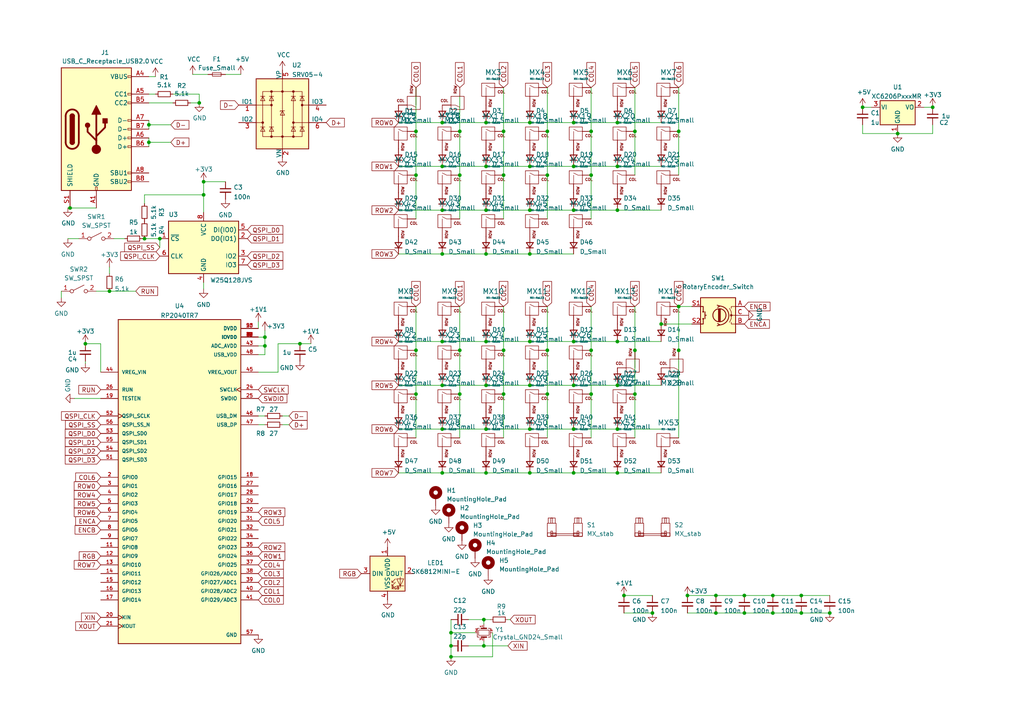
<source format=kicad_sch>
(kicad_sch (version 20230121) (generator eeschema)
  (paper "A4")
  (junction (at 260.35 38.735))
  (junction (at 128.27 111.76))
  (junction (at 140.97 137.16))
  (junction (at 158.75 38.1))
  (junction (at 250.19 31.115))
  (junction (at 31.75 84.455))
  (junction (at 196.85 38.1))
  (junction (at 59.055 56.515))
  (junction (at 128.27 60.96))
  (junction (at 224.155 172.72))
  (junction (at 120.65 38.1))
  (junction (at 171.45 101.6))
  (junction (at 179.07 60.96))
  (junction (at 133.35 38.1))
  (junction (at 128.27 73.66))
  (junction (at 20.32 60.325))
  (junction (at 130.81 187.325))
  (junction (at 166.37 60.96))
  (junction (at 128.27 35.56))
  (junction (at 46.355 69.215))
  (junction (at 166.37 99.06))
  (junction (at 180.975 172.72))
  (junction (at 41.91 69.215))
  (junction (at 270.51 31.115))
  (junction (at 224.155 177.8))
  (junction (at 189.23 177.8))
  (junction (at 240.665 177.8))
  (junction (at 215.9 172.72))
  (junction (at 153.67 60.96))
  (junction (at 166.37 35.56))
  (junction (at 43.18 36.195))
  (junction (at 158.75 50.8))
  (junction (at 140.97 99.06))
  (junction (at 86.995 99.695))
  (junction (at 184.15 101.6))
  (junction (at 166.37 111.76))
  (junction (at 179.07 124.46))
  (junction (at 207.645 172.72))
  (junction (at 184.15 114.3))
  (junction (at 153.67 137.16))
  (junction (at 43.18 41.275))
  (junction (at 179.07 99.06))
  (junction (at 191.77 93.98))
  (junction (at 171.45 50.8))
  (junction (at 207.645 177.8))
  (junction (at 171.45 114.3))
  (junction (at 196.85 88.9))
  (junction (at 24.765 99.695))
  (junction (at 133.35 114.3))
  (junction (at 215.9 177.8))
  (junction (at 133.35 101.6))
  (junction (at 166.37 137.16))
  (junction (at 59.055 52.705))
  (junction (at 179.07 48.26))
  (junction (at 171.45 38.1))
  (junction (at 153.67 99.06))
  (junction (at 128.27 99.06))
  (junction (at 179.07 137.16))
  (junction (at 232.41 172.72))
  (junction (at 140.97 60.96))
  (junction (at 128.27 137.16))
  (junction (at 140.97 111.76))
  (junction (at 120.65 50.8))
  (junction (at 57.785 29.845))
  (junction (at 166.37 124.46))
  (junction (at 146.05 38.1))
  (junction (at 140.97 73.66))
  (junction (at 232.41 177.8))
  (junction (at 179.07 35.56))
  (junction (at 146.05 114.3))
  (junction (at 153.67 48.26))
  (junction (at 153.67 73.66))
  (junction (at 199.39 172.72))
  (junction (at 153.67 35.56))
  (junction (at 146.05 101.6))
  (junction (at 158.75 114.3))
  (junction (at 140.335 187.325))
  (junction (at 146.05 50.8))
  (junction (at 120.65 114.3))
  (junction (at 140.97 35.56))
  (junction (at 153.67 124.46))
  (junction (at 120.65 101.6))
  (junction (at 76.835 97.79))
  (junction (at 130.81 183.515))
  (junction (at 196.85 101.6))
  (junction (at 166.37 48.26))
  (junction (at 128.27 124.46))
  (junction (at 140.97 124.46))
  (junction (at 184.15 38.1))
  (junction (at 158.75 101.6))
  (junction (at 179.07 111.76))
  (junction (at 140.335 179.705))
  (junction (at 140.97 48.26))
  (junction (at 76.835 100.33))
  (junction (at 128.27 48.26))
  (junction (at 153.67 111.76))
  (junction (at 133.35 50.8))
  (junction (at 130.81 190.5))
  (wire (pts (xy 180.975 177.8) (xy 189.23 177.8)))
  (wire (pts (xy 184.15 88.9) (xy 184.15 101.6)))
  (wire (pts (xy 133.35 88.9) (xy 133.35 101.6)))
  (wire (pts (xy 250.19 31.115) (xy 252.73 31.115)))
  (wire (pts (xy 158.75 88.9) (xy 158.75 101.6)))
  (wire (pts (xy 140.97 60.96) (xy 153.67 60.96)))
  (wire (pts (xy 166.37 99.06) (xy 179.07 99.06)))
  (wire (pts (xy 59.055 61.595) (xy 59.055 56.515)))
  (wire (pts (xy 184.15 25.4) (xy 184.15 38.1)))
  (wire (pts (xy 24.765 99.695) (xy 29.21 99.695)))
  (wire (pts (xy 43.18 27.305) (xy 45.085 27.305)))
  (wire (pts (xy 41.91 56.515) (xy 59.055 56.515)))
  (wire (pts (xy 166.37 137.16) (xy 179.07 137.16)))
  (wire (pts (xy 128.27 73.66) (xy 140.97 73.66)))
  (wire (pts (xy 135.89 187.325) (xy 140.335 187.325)))
  (wire (pts (xy 140.97 73.66) (xy 153.67 73.66)))
  (wire (pts (xy 200.66 93.98) (xy 191.77 93.98)))
  (wire (pts (xy 115.57 73.66) (xy 128.27 73.66)))
  (wire (pts (xy 179.07 60.96) (xy 191.77 60.96)))
  (wire (pts (xy 267.97 31.115) (xy 270.51 31.115)))
  (wire (pts (xy 184.15 38.1) (xy 184.15 50.8)))
  (wire (pts (xy 153.67 35.56) (xy 166.37 35.56)))
  (wire (pts (xy 140.97 137.16) (xy 153.67 137.16)))
  (wire (pts (xy 128.27 35.56) (xy 140.97 35.56)))
  (wire (pts (xy 74.93 102.87) (xy 76.835 102.87)))
  (wire (pts (xy 140.97 111.76) (xy 153.67 111.76)))
  (wire (pts (xy 128.27 99.06) (xy 140.97 99.06)))
  (wire (pts (xy 19.685 69.215) (xy 22.86 69.215)))
  (wire (pts (xy 153.67 48.26) (xy 166.37 48.26)))
  (wire (pts (xy 199.39 177.8) (xy 207.645 177.8)))
  (wire (pts (xy 27.94 84.455) (xy 31.75 84.455)))
  (wire (pts (xy 43.18 34.925) (xy 43.18 36.195)))
  (wire (pts (xy 153.67 111.76) (xy 166.37 111.76)))
  (wire (pts (xy 140.97 99.06) (xy 153.67 99.06)))
  (wire (pts (xy 215.9 172.72) (xy 224.155 172.72)))
  (wire (pts (xy 130.81 183.515) (xy 137.795 183.515)))
  (wire (pts (xy 120.65 101.6) (xy 120.65 114.3)))
  (wire (pts (xy 133.35 25.4) (xy 133.35 38.1)))
  (wire (pts (xy 166.37 60.96) (xy 179.07 60.96)))
  (wire (pts (xy 50.165 27.305) (xy 57.785 27.305)))
  (wire (pts (xy 166.37 35.56) (xy 179.07 35.56)))
  (wire (pts (xy 140.335 179.705) (xy 140.335 180.975)))
  (wire (pts (xy 179.07 124.46) (xy 191.77 124.46)))
  (wire (pts (xy 74.93 120.65) (xy 76.835 120.65)))
  (wire (pts (xy 115.57 35.56) (xy 128.27 35.56)))
  (wire (pts (xy 166.37 48.26) (xy 179.07 48.26)))
  (wire (pts (xy 179.07 48.26) (xy 191.77 48.26)))
  (wire (pts (xy 120.65 38.1) (xy 120.65 50.8)))
  (wire (pts (xy 158.75 38.1) (xy 158.75 50.8)))
  (wire (pts (xy 41.91 69.215) (xy 41.275 69.215)))
  (wire (pts (xy 57.785 29.845) (xy 55.245 29.845)))
  (wire (pts (xy 55.88 21.59) (xy 60.325 21.59)))
  (wire (pts (xy 142.875 190.5) (xy 130.81 190.5)))
  (wire (pts (xy 120.65 114.3) (xy 120.65 127)))
  (wire (pts (xy 270.51 38.735) (xy 270.51 36.195)))
  (wire (pts (xy 146.05 25.4) (xy 146.05 38.1)))
  (wire (pts (xy 130.81 183.515) (xy 130.81 187.325)))
  (wire (pts (xy 153.67 124.46) (xy 166.37 124.46)))
  (wire (pts (xy 20.32 60.325) (xy 27.94 60.325)))
  (wire (pts (xy 179.07 137.16) (xy 191.77 137.16)))
  (wire (pts (xy 166.37 111.76) (xy 179.07 111.76)))
  (wire (pts (xy 250.19 36.195) (xy 250.19 38.735)))
  (wire (pts (xy 140.97 35.56) (xy 153.67 35.56)))
  (wire (pts (xy 46.355 69.215) (xy 46.355 71.755)))
  (wire (pts (xy 128.27 48.26) (xy 140.97 48.26)))
  (wire (pts (xy 49.53 41.275) (xy 43.18 41.275)))
  (wire (pts (xy 180.975 172.72) (xy 189.23 172.72)))
  (wire (pts (xy 232.41 177.8) (xy 240.665 177.8)))
  (wire (pts (xy 130.81 179.705) (xy 130.81 183.515)))
  (wire (pts (xy 43.18 41.275) (xy 43.18 42.545)))
  (wire (pts (xy 43.18 29.845) (xy 50.165 29.845)))
  (wire (pts (xy 135.89 179.705) (xy 140.335 179.705)))
  (wire (pts (xy 74.93 107.95) (xy 80.645 107.95)))
  (wire (pts (xy 130.81 190.5) (xy 130.81 187.325)))
  (wire (pts (xy 260.35 38.735) (xy 270.51 38.735)))
  (wire (pts (xy 207.645 177.8) (xy 215.9 177.8)))
  (wire (pts (xy 115.57 124.46) (xy 128.27 124.46)))
  (wire (pts (xy 166.37 124.46) (xy 179.07 124.46)))
  (wire (pts (xy 184.15 114.3) (xy 184.15 127)))
  (wire (pts (xy 147.955 179.705) (xy 147.32 179.705)))
  (wire (pts (xy 69.85 21.59) (xy 65.405 21.59)))
  (wire (pts (xy 115.57 137.16) (xy 128.27 137.16)))
  (wire (pts (xy 133.35 50.8) (xy 133.35 63.5)))
  (wire (pts (xy 128.27 124.46) (xy 140.97 124.46)))
  (wire (pts (xy 171.45 114.3) (xy 171.45 127)))
  (wire (pts (xy 171.45 101.6) (xy 171.45 114.3)))
  (wire (pts (xy 19.685 60.325) (xy 20.32 60.325)))
  (wire (pts (xy 24.765 105.41) (xy 24.765 104.775)))
  (wire (pts (xy 207.645 172.72) (xy 215.9 172.72)))
  (wire (pts (xy 57.785 27.305) (xy 57.785 29.845)))
  (wire (pts (xy 140.97 48.26) (xy 153.67 48.26)))
  (wire (pts (xy 76.835 100.33) (xy 76.835 97.79)))
  (wire (pts (xy 31.75 84.455) (xy 39.37 84.455)))
  (wire (pts (xy 43.18 36.195) (xy 43.18 37.465)))
  (wire (pts (xy 133.35 101.6) (xy 133.35 114.3)))
  (wire (pts (xy 140.97 124.46) (xy 153.67 124.46)))
  (wire (pts (xy 80.645 107.95) (xy 80.645 99.695)))
  (wire (pts (xy 146.05 50.8) (xy 146.05 63.5)))
  (wire (pts (xy 146.05 101.6) (xy 146.05 114.3)))
  (wire (pts (xy 250.19 38.735) (xy 260.35 38.735)))
  (wire (pts (xy 142.24 179.705) (xy 140.335 179.705)))
  (wire (pts (xy 133.35 38.1) (xy 133.35 50.8)))
  (wire (pts (xy 153.67 60.96) (xy 166.37 60.96)))
  (wire (pts (xy 74.93 93.345) (xy 74.93 95.25)))
  (wire (pts (xy 196.85 25.4) (xy 196.85 38.1)))
  (wire (pts (xy 196.85 101.6) (xy 196.85 127)))
  (wire (pts (xy 80.645 99.695) (xy 86.995 99.695)))
  (wire (pts (xy 115.57 48.26) (xy 128.27 48.26)))
  (wire (pts (xy 179.07 35.56) (xy 191.77 35.56)))
  (wire (pts (xy 74.93 97.79) (xy 76.835 97.79)))
  (wire (pts (xy 31.75 77.47) (xy 31.75 79.375)))
  (wire (pts (xy 146.05 88.9) (xy 146.05 101.6)))
  (wire (pts (xy 199.39 172.72) (xy 207.645 172.72)))
  (wire (pts (xy 146.05 114.3) (xy 146.05 127)))
  (wire (pts (xy 21.59 115.57) (xy 29.21 115.57)))
  (wire (pts (xy 153.67 137.16) (xy 166.37 137.16)))
  (wire (pts (xy 158.75 114.3) (xy 158.75 127)))
  (wire (pts (xy 196.85 88.9) (xy 196.85 101.6)))
  (wire (pts (xy 153.67 99.06) (xy 166.37 99.06)))
  (wire (pts (xy 74.93 100.33) (xy 76.835 100.33)))
  (wire (pts (xy 115.57 111.76) (xy 128.27 111.76)))
  (wire (pts (xy 120.65 50.8) (xy 120.65 63.5)))
  (wire (pts (xy 224.155 177.8) (xy 232.41 177.8)))
  (wire (pts (xy 171.45 25.4) (xy 171.45 38.1)))
  (wire (pts (xy 196.85 88.9) (xy 200.66 88.9)))
  (wire (pts (xy 81.915 120.65) (xy 83.82 120.65)))
  (wire (pts (xy 140.335 186.055) (xy 140.335 187.325)))
  (wire (pts (xy 179.07 99.06) (xy 191.77 99.06)))
  (wire (pts (xy 17.78 86.36) (xy 17.78 84.455)))
  (wire (pts (xy 115.57 99.06) (xy 128.27 99.06)))
  (wire (pts (xy 120.65 25.4) (xy 120.65 38.1)))
  (wire (pts (xy 153.67 73.66) (xy 166.37 73.66)))
  (wire (pts (xy 171.45 50.8) (xy 171.45 63.5)))
  (wire (pts (xy 86.995 99.695) (xy 90.17 99.695)))
  (wire (pts (xy 115.57 60.96) (xy 128.27 60.96)))
  (wire (pts (xy 158.75 50.8) (xy 158.75 63.5)))
  (wire (pts (xy 29.21 107.95) (xy 29.21 99.695)))
  (wire (pts (xy 232.41 172.72) (xy 240.665 172.72)))
  (wire (pts (xy 59.055 56.515) (xy 59.055 52.705)))
  (wire (pts (xy 140.335 187.325) (xy 147.32 187.325)))
  (wire (pts (xy 184.15 101.6) (xy 184.15 114.3)))
  (wire (pts (xy 43.18 22.225) (xy 45.085 22.225)))
  (wire (pts (xy 59.055 52.705) (xy 65.405 52.705)))
  (wire (pts (xy 171.45 88.9) (xy 171.45 101.6)))
  (wire (pts (xy 158.75 25.4) (xy 158.75 38.1)))
  (wire (pts (xy 133.35 114.3) (xy 133.35 127)))
  (wire (pts (xy 179.07 111.76) (xy 191.77 111.76)))
  (wire (pts (xy 41.91 59.055) (xy 41.91 56.515)))
  (wire (pts (xy 142.875 183.515) (xy 142.875 190.5)))
  (wire (pts (xy 158.75 101.6) (xy 158.75 114.3)))
  (wire (pts (xy 43.18 40.005) (xy 43.18 41.275)))
  (wire (pts (xy 146.05 38.1) (xy 146.05 50.8)))
  (wire (pts (xy 59.055 81.915) (xy 59.055 83.82)))
  (wire (pts (xy 74.93 123.19) (xy 76.835 123.19)))
  (wire (pts (xy 128.27 60.96) (xy 140.97 60.96)))
  (wire (pts (xy 33.02 69.215) (xy 36.195 69.215)))
  (wire (pts (xy 128.27 137.16) (xy 140.97 137.16)))
  (wire (pts (xy 196.85 38.1) (xy 196.85 50.8)))
  (wire (pts (xy 120.65 88.9) (xy 120.65 101.6)))
  (wire (pts (xy 224.155 172.72) (xy 232.41 172.72)))
  (wire (pts (xy 49.53 36.195) (xy 43.18 36.195)))
  (wire (pts (xy 76.835 95.885) (xy 76.835 97.79)))
  (wire (pts (xy 81.915 123.19) (xy 83.82 123.19)))
  (wire (pts (xy 215.9 177.8) (xy 224.155 177.8)))
  (wire (pts (xy 171.45 38.1) (xy 171.45 50.8)))
  (wire (pts (xy 46.355 69.215) (xy 41.91 69.215)))
  (wire (pts (xy 128.27 111.76) (xy 140.97 111.76)))
  (wire (pts (xy 76.835 102.87) (xy 76.835 100.33)))
  (global_label "QSPI_D0" (shape input) (at 29.21 125.73 180) (property "Intersheetrefs" "${INTERSHEET_REFS}" (effects hide)))
  (global_label "QSPI_SS" (shape input) (at 29.21 123.19 180) (property "Intersheetrefs" "${INTERSHEET_REFS}" (effects hide)))
  (global_label "D+" (shape input) (at 94.615 35.56 0) (property "Intersheetrefs" "${INTERSHEET_REFS}" (effects hide)))
  (global_label "ROW5" (shape input) (at 29.21 146.05 180) (property "Intersheetrefs" "${INTERSHEET_REFS}" (effects hide)))
  (global_label "COL6" (shape input) (at 196.85 25.4 90) (property "Intersheetrefs" "${INTERSHEET_REFS}" (effects hide)))
  (global_label "RGB" (shape input) (at 104.775 166.37 180) (property "Intersheetrefs" "${INTERSHEET_REFS}" (effects hide)))
  (global_label "COL5" (shape input) (at 74.93 151.13 0) (property "Intersheetrefs" "${INTERSHEET_REFS}" (effects hide)))
  (global_label "COL6" (shape input) (at 29.21 138.43 180) (property "Intersheetrefs" "${INTERSHEET_REFS}" (effects hide)))
  (global_label "ROW1" (shape input) (at 115.57 48.26 180) (property "Intersheetrefs" "${INTERSHEET_REFS}" (effects hide)))
  (global_label "ENCB" (shape input) (at 29.21 153.67 180) (property "Intersheetrefs" "${INTERSHEET_REFS}" (effects hide)))
  (global_label "QSPI_SS" (shape input) (at 46.355 71.755 180) (property "Intersheetrefs" "${INTERSHEET_REFS}" (effects hide)))
  (global_label "COL3" (shape input) (at 74.93 166.37 0) (property "Intersheetrefs" "${INTERSHEET_REFS}" (effects hide)))
  (global_label "ROW4" (shape input) (at 115.57 99.06 180) (property "Intersheetrefs" "${INTERSHEET_REFS}" (effects hide)))
  (global_label "ROW3" (shape input) (at 74.93 148.59 0) (property "Intersheetrefs" "${INTERSHEET_REFS}" (effects hide)))
  (global_label "ENCA" (shape input) (at 215.9 93.98 0) (property "Intersheetrefs" "${INTERSHEET_REFS}" (effects hide)))
  (global_label "RGB" (shape input) (at 29.21 161.29 180) (property "Intersheetrefs" "${INTERSHEET_REFS}" (effects hide)))
  (global_label "COL1" (shape input) (at 133.35 25.4 90) (property "Intersheetrefs" "${INTERSHEET_REFS}" (effects hide)))
  (global_label "ENCB" (shape input) (at 215.9 88.9 0) (property "Intersheetrefs" "${INTERSHEET_REFS}" (effects hide)))
  (global_label "ROW7" (shape input) (at 115.57 137.16 180) (property "Intersheetrefs" "${INTERSHEET_REFS}" (effects hide)))
  (global_label "RUN" (shape input) (at 39.37 84.455 0) (property "Intersheetrefs" "${INTERSHEET_REFS}" (effects hide)))
  (global_label "ROW6" (shape input) (at 29.21 148.59 180) (property "Intersheetrefs" "${INTERSHEET_REFS}" (effects hide)))
  (global_label "ROW2" (shape input) (at 115.57 60.96 180) (property "Intersheetrefs" "${INTERSHEET_REFS}" (effects hide)))
  (global_label "ROW0" (shape input) (at 115.57 35.56 180) (property "Intersheetrefs" "${INTERSHEET_REFS}" (effects hide)))
  (global_label "ROW7" (shape input) (at 29.21 163.83 180) (property "Intersheetrefs" "${INTERSHEET_REFS}" (effects hide)))
  (global_label "ROW1" (shape input) (at 74.93 161.29 0) (property "Intersheetrefs" "${INTERSHEET_REFS}" (effects hide)))
  (global_label "XIN" (shape input) (at 29.21 179.07 180) (property "Intersheetrefs" "${INTERSHEET_REFS}" (effects hide)))
  (global_label "QSPI_D1" (shape input) (at 71.755 69.215 0) (property "Intersheetrefs" "${INTERSHEET_REFS}" (effects hide)))
  (global_label "D-" (shape input) (at 49.53 36.195 0) (property "Intersheetrefs" "${INTERSHEET_REFS}" (effects hide)))
  (global_label "COL3" (shape input) (at 158.75 88.9 90) (property "Intersheetrefs" "${INTERSHEET_REFS}" (effects hide)))
  (global_label "D-" (shape input) (at 83.82 120.65 0) (property "Intersheetrefs" "${INTERSHEET_REFS}" (effects hide)))
  (global_label "QSPI_D2" (shape input) (at 29.21 130.81 180) (property "Intersheetrefs" "${INTERSHEET_REFS}" (effects hide)))
  (global_label "COL4" (shape input) (at 74.93 163.83 0) (property "Intersheetrefs" "${INTERSHEET_REFS}" (effects hide)))
  (global_label "RUN" (shape input) (at 29.21 113.03 180) (property "Intersheetrefs" "${INTERSHEET_REFS}" (effects hide)))
  (global_label "COL0" (shape input) (at 120.65 88.9 90) (property "Intersheetrefs" "${INTERSHEET_REFS}" (effects hide)))
  (global_label "COL1" (shape input) (at 133.35 88.9 90) (property "Intersheetrefs" "${INTERSHEET_REFS}" (effects hide)))
  (global_label "COL0" (shape input) (at 120.65 25.4 90) (property "Intersheetrefs" "${INTERSHEET_REFS}" (effects hide)))
  (global_label "ROW6" (shape input) (at 115.57 124.46 180) (property "Intersheetrefs" "${INTERSHEET_REFS}" (effects hide)))
  (global_label "QSPI_D3" (shape input) (at 71.755 76.835 0) (property "Intersheetrefs" "${INTERSHEET_REFS}" (effects hide)))
  (global_label "COL6" (shape input) (at 196.85 88.9 90) (property "Intersheetrefs" "${INTERSHEET_REFS}" (effects hide)))
  (global_label "COL4" (shape input) (at 171.45 25.4 90) (property "Intersheetrefs" "${INTERSHEET_REFS}" (effects hide)))
  (global_label "ROW4" (shape input) (at 29.21 143.51 180) (property "Intersheetrefs" "${INTERSHEET_REFS}" (effects hide)))
  (global_label "SWCLK" (shape input) (at 74.93 113.03 0) (property "Intersheetrefs" "${INTERSHEET_REFS}" (effects hide)))
  (global_label "QSPI_D0" (shape input) (at 71.755 66.675 0) (property "Intersheetrefs" "${INTERSHEET_REFS}" (effects hide)))
  (global_label "ROW3" (shape input) (at 115.57 73.66 180) (property "Intersheetrefs" "${INTERSHEET_REFS}" (effects hide)))
  (global_label "ROW2" (shape input) (at 74.93 158.75 0) (property "Intersheetrefs" "${INTERSHEET_REFS}" (effects hide)))
  (global_label "COL2" (shape input) (at 74.93 168.91 0) (property "Intersheetrefs" "${INTERSHEET_REFS}" (effects hide)))
  (global_label "COL5" (shape input) (at 184.15 25.4 90) (property "Intersheetrefs" "${INTERSHEET_REFS}" (effects hide)))
  (global_label "SWDIO" (shape input) (at 74.93 115.57 0) (property "Intersheetrefs" "${INTERSHEET_REFS}" (effects hide)))
  (global_label "ROW0" (shape input) (at 29.21 140.97 180) (property "Intersheetrefs" "${INTERSHEET_REFS}" (effects hide)))
  (global_label "COL5" (shape input) (at 184.15 88.9 90) (property "Intersheetrefs" "${INTERSHEET_REFS}" (effects hide)))
  (global_label "D+" (shape input) (at 49.53 41.275 0) (property "Intersheetrefs" "${INTERSHEET_REFS}" (effects hide)))
  (global_label "COL2" (shape input) (at 146.05 25.4 90) (property "Intersheetrefs" "${INTERSHEET_REFS}" (effects hide)))
  (global_label "COL4" (shape input) (at 171.45 88.9 90) (property "Intersheetrefs" "${INTERSHEET_REFS}" (effects hide)))
  (global_label "COL3" (shape input) (at 158.75 25.4 90) (property "Intersheetrefs" "${INTERSHEET_REFS}" (effects hide)))
  (global_label "QSPI_D1" (shape input) (at 29.21 128.27 180) (property "Intersheetrefs" "${INTERSHEET_REFS}" (effects hide)))
  (global_label "XIN" (shape input) (at 147.32 187.325 0) (property "Intersheetrefs" "${INTERSHEET_REFS}" (effects hide)))
  (global_label "XOUT" (shape input) (at 147.955 179.705 0) (property "Intersheetrefs" "${INTERSHEET_REFS}" (effects hide)))
  (global_label "COL2" (shape input) (at 146.05 88.9 90) (property "Intersheetrefs" "${INTERSHEET_REFS}" (effects hide)))
  (global_label "ENCA" (shape input) (at 29.21 151.13 180) (property "Intersheetrefs" "${INTERSHEET_REFS}" (effects hide)))
  (global_label "D-" (shape input) (at 69.215 30.48 180) (property "Intersheetrefs" "${INTERSHEET_REFS}" (effects hide)))
  (global_label "QSPI_CLK" (shape input) (at 29.21 120.65 180) (property "Intersheetrefs" "${INTERSHEET_REFS}" (effects hide)))
  (global_label "XOUT" (shape input) (at 29.21 181.61 180) (property "Intersheetrefs" "${INTERSHEET_REFS}" (effects hide)))
  (global_label "D+" (shape input) (at 83.82 123.19 0) (property "Intersheetrefs" "${INTERSHEET_REFS}" (effects hide)))
  (global_label "COL1" (shape input) (at 74.93 171.45 0) (property "Intersheetrefs" "${INTERSHEET_REFS}" (effects hide)))
  (global_label "ROW5" (shape input) (at 115.57 111.76 180) (property "Intersheetrefs" "${INTERSHEET_REFS}" (effects hide)))
  (global_label "COL0" (shape input) (at 74.93 173.99 0) (property "Intersheetrefs" "${INTERSHEET_REFS}" (effects hide)))
  (global_label "QSPI_D3" (shape input) (at 29.21 133.35 180) (property "Intersheetrefs" "${INTERSHEET_REFS}" (effects hide)))
  (global_label "QSPI_CLK" (shape input) (at 46.355 74.295 180) (property "Intersheetrefs" "${INTERSHEET_REFS}" (effects hide)))
  (global_label "QSPI_D2" (shape input) (at 71.755 74.295 0) (property "Intersheetrefs" "${INTERSHEET_REFS}" (effects hide)))
  (symbol (lib_id "Device:D_Small") (at 115.57 71.12 90) (unit 1)
    (property "Reference" "D42" (at 117.348 70.2115 90) (effects (justify right)))
    (property "Value" "D_Small" (at 117.348 72.9866 90) (effects (justify right)))
    (property "Footprint" "Diode_SMD:D_SOD-123" (effects hide))
  )
  (symbol (lib_id "Device:R_Small") (at 52.705 29.845 270) (unit 1)
    (property "Reference" "R2" (at 52.705 24.8666 90))
    (property "Value" "5.1k" (at 52.705 27.178 90))
    (property "Footprint" "Resistor_SMD:R_0402_1005Metric" (effects hide))
  )
  (symbol (lib_id "power:GND") (at 59.055 83.82 0) (unit 1)
    (property "Reference" "#PWR016" (effects hide))
    (property "Value" "GND" (at 59.055 88.3825 0))
  )
  (symbol (lib_id "Device:D_Small") (at 140.97 58.42 90) (unit 1)
    (property "Reference" "D31" (at 142.748 57.5115 90) (effects (justify right)))
    (property "Value" "D_Small" (at 142.748 60.2866 90) (effects (justify right)))
    (property "Footprint" "Diode_SMD:D_SOD-123" (effects hide))
  )
  (symbol (lib_id "Device:D_Small") (at 191.77 134.62 90) (unit 1)
    (property "Reference" "D53" (at 193.548 133.7115 90) (effects (justify right)))
    (property "Value" "D_Small" (at 193.548 136.4866 90) (effects (justify right)))
    (property "Footprint" "Diode_SMD:D_SOD-123" (effects hide))
  )
  (symbol (lib_id "power:GND") (at 17.78 86.36 0) (unit 1)
    (property "Reference" "#PWR017" (effects hide))
    (property "Value" "GND" (at 17.78 90.9225 0))
  )
  (symbol (lib_id "Switch:SW_SPST") (at 22.86 84.455 0) (unit 1)
    (property "Reference" "SWR2" (at 22.86 78.105 0))
    (property "Value" "SW_SPST" (at 22.86 80.645 0))
    (property "Footprint" "Button_Switch_SMD:SW_SPST_TL3342" (effects hide))
  )
  (symbol (lib_id "power:VCC") (at 55.88 21.59 0) (unit 1)
    (property "Reference" "#PWR02" (effects hide))
    (property "Value" "VCC" (at 56.261 17.1958 0))
  )
  (symbol (lib_id "power:GND") (at 74.93 184.15 0) (unit 1)
    (property "Reference" "#PWR032" (effects hide))
    (property "Value" "GND" (at 74.93 188.7125 0))
  )
  (symbol (lib_id "power:+3V3") (at 59.055 52.705 0) (unit 1)
    (property "Reference" "#PWR011" (effects hide))
    (property "Value" "+3V3" (at 59.055 49.1005 0))
  )
  (symbol (lib_id "Device:R_Small") (at 41.91 66.675 180) (unit 1)
    (property "Reference" "R4" (at 46.8884 66.675 90))
    (property "Value" "5.1k" (at 44.577 66.675 90))
    (property "Footprint" "Resistor_SMD:R_0402_1005Metric" (effects hide))
  )
  (symbol (lib_id "MX_Alps_Hybrid:MX-NoLED") (at 193.04 90.17 0) (unit 1)
    (property "Reference" "MX14" (at 193.8782 84.5058 0) (effects (font (size 1.524 1.524))))
    (property "Value" "MX-NoLED" (at 193.8782 86.3854 0) (effects (font (size 0.508 0.508))))
    (property "Footprint" "PCM_marbastlib-mx:SW_MX_HS_1u" (effects hide))
  )
  (symbol (lib_id "Device:D_Small") (at 191.77 109.22 90) (unit 1)
    (property "Reference" "D28" (at 193.548 108.3115 90) (effects (justify right)))
    (property "Value" "D_Small" (at 193.548 111.0866 90) (effects (justify right)))
    (property "Footprint" "Diode_SMD:D_SOD-123" (effects hide))
  )
  (symbol (lib_id "Device:C_Small") (at 24.765 102.235 0) (unit 1)
    (property "Reference" "C4" (at 19.685 104.14 0) (effects (justify left)))
    (property "Value" "1u" (at 19.685 102.235 0) (effects (justify left)))
    (property "Footprint" "Capacitor_SMD:C_0402_1005Metric" (effects hide))
  )
  (symbol (lib_id "Device:D_Small") (at 166.37 109.22 90) (unit 1)
    (property "Reference" "D26" (at 168.148 108.3115 90) (effects (justify right)))
    (property "Value" "D_Small" (at 168.148 111.0866 90) (effects (justify right)))
    (property "Footprint" "Diode_SMD:D_SOD-123" (effects hide))
  )
  (symbol (lib_id "MX_Alps_Hybrid:MX-NoLED") (at 116.84 90.17 0) (unit 1)
    (property "Reference" "MX8" (at 117.6782 84.5058 0) (effects (font (size 1.524 1.524))))
    (property "Value" "MX-NoLED" (at 117.6782 86.3854 0) (effects (font (size 0.508 0.508))))
    (property "Footprint" "PCM_marbastlib-mx:SW_MX_HS_1u" (effects hide))
  )
  (symbol (lib_id "MX_Alps_Hybrid:MX-NoLED") (at 142.24 102.87 0) (unit 1)
    (property "Reference" "MX24" (at 143.0782 97.2058 0) (effects (font (size 1.524 1.524))))
    (property "Value" "MX-NoLED" (at 143.0782 99.0854 0) (effects (font (size 0.508 0.508))))
    (property "Footprint" "PCM_marbastlib-mx:SW_MX_HS_1u" (effects hide))
  )
  (symbol (lib_id "Device:D_Small") (at 191.77 45.72 90) (unit 1)
    (property "Reference" "D21" (at 193.548 44.8115 90) (effects (justify right)))
    (property "Value" "D_Small" (at 193.548 47.5866 90) (effects (justify right)))
    (property "Footprint" "Diode_SMD:D_SOD-123" (effects hide))
  )
  (symbol (lib_id "Device:C_Small") (at 224.155 175.26 0) (unit 1)
    (property "Reference" "C11" (at 226.4791 174.3578 0) (effects (justify left)))
    (property "Value" "100n" (at 226.4791 177.1329 0) (effects (justify left)))
    (property "Footprint" "Capacitor_SMD:C_0402_1005Metric" (effects hide))
  )
  (symbol (lib_id "MX_Alps_Hybrid:MX-NoLED") (at 116.84 102.87 0) (unit 1)
    (property "Reference" "MX22" (at 117.6782 97.2058 0) (effects (font (size 1.524 1.524))))
    (property "Value" "MX-NoLED" (at 117.6782 99.0854 0) (effects (font (size 0.508 0.508))))
    (property "Footprint" "PCM_marbastlib-mx:SW_MX_HS_1u" (effects hide))
  )
  (symbol (lib_id "Device:D_Small") (at 153.67 134.62 90) (unit 1)
    (property "Reference" "D50" (at 155.448 133.7115 90) (effects (justify right)))
    (property "Value" "D_Small" (at 155.448 136.4866 90) (effects (justify right)))
    (property "Footprint" "Diode_SMD:D_SOD-123" (effects hide))
  )
  (symbol (lib_id "power:GND") (at 137.795 161.925 0) (unit 1)
    (property "Reference" "#PWR037" (effects hide))
    (property "Value" "GND" (at 137.795 166.4875 0))
  )
  (symbol (lib_id "Device:Fuse_Small") (at 62.865 21.59 0) (unit 1)
    (property "Reference" "F1" (at 62.865 17.145 0))
    (property "Value" "Fuse_Small" (at 62.865 19.685 0))
    (property "Footprint" "Fuse:Fuse_1206_3216Metric" (effects hide))
  )
  (symbol (lib_id "Regulator_Linear:XC6206PxxxMR") (at 260.35 31.115 0) (unit 1)
    (property "Reference" "U1" (at 260.35 25.2435 0))
    (property "Value" "XC6206PxxxMR" (at 252.73 27.94 0) (effects (justify left)))
    (property "Footprint" "Package_TO_SOT_SMD:SOT-23" (effects hide))
    (property "Datasheet" "https://www.torexsemi.com/file/xc6206/XC6206.pdf" (effects hide))
  )
  (symbol (lib_id "power:+1V1") (at 74.93 93.345 0) (unit 1)
    (property "Reference" "#PWR018" (effects hide))
    (property "Value" "+1V1" (at 74.93 89.7405 0))
  )
  (symbol (lib_id "Device:D_Small") (at 115.57 33.02 90) (unit 1)
    (property "Reference" "D1" (at 117.348 32.1115 90) (effects (justify right)))
    (property "Value" "D_Small" (at 117.348 34.8866 90) (effects (justify right)))
    (property "Footprint" "Diode_SMD:D_SOD-123" (effects hide))
  )
  (symbol (lib_id "MX_Alps_Hybrid:MX-NoLED") (at 142.24 52.07 0) (unit 1)
    (property "Reference" "MX31" (at 143.0782 46.4058 0) (effects (font (size 1.524 1.524))))
    (property "Value" "MX-NoLED" (at 143.0782 48.2854 0) (effects (font (size 0.508 0.508))))
    (property "Footprint" "PCM_marbastlib-mx:SW_MX_HS_1u" (effects hide))
  )
  (symbol (lib_id "MX_Alps_Hybrid:MX-NoLED") (at 193.04 39.37 0) (unit 1)
    (property "Reference" "MX21" (at 193.8782 33.7058 0) (effects (font (size 1.524 1.524))))
    (property "Value" "MX-NoLED" (at 193.8782 35.5854 0) (effects (font (size 0.508 0.508))))
    (property "Footprint" "PCM_marbastlib-mx:SW_MX_HS_1u" (effects hide))
  )
  (symbol (lib_id "RP2040TR7:RP2040TR7") (at 52.07 138.43 0) (unit 1)
    (property "Reference" "U4" (at 52.07 88.7435 0))
    (property "Value" "RP2040TR7" (at 52.07 91.5186 0))
    (property "Footprint" "Package_DFN_QFN:QFN-56-1EP_7x7mm_P0.4mm_EP3.2x3.2mm" (effects hide))
    (property "MAXIMUM_PACKAGE_HEIGHT" "0.9mm" (effects hide))
    (property "STANDARD" "IPC 7351B" (effects hide))
    (property "PARTREV" "1.7.1" (effects hide))
    (property "MANUFACTURER" "Raspberry Pi" (effects hide))
  )
  (symbol (lib_id "MX_Alps_Hybrid:MX-NoLED") (at 167.64 115.57 0) (unit 1)
    (property "Reference" "MX40" (at 168.4782 109.9058 0) (effects (font (size 1.524 1.524))))
    (property "Value" "MX-NoLED" (at 168.4782 111.7854 0) (effects (font (size 0.508 0.508))))
    (property "Footprint" "PCM_marbastlib-mx:SW_MX_HS_1u" (effects hide))
  )
  (symbol (lib_id "power:+3V3") (at 199.39 172.72 0) (unit 1)
    (property "Reference" "#PWR028" (effects hide))
    (property "Value" "+3V3" (at 202.565 171.45 0))
  )
  (symbol (lib_id "MX_Alps_Hybrid:MX-NoLED") (at 142.24 128.27 0) (unit 1)
    (property "Reference" "MX49" (at 143.0782 122.6058 0) (effects (font (size 1.524 1.524))))
    (property "Value" "MX-NoLED" (at 143.0782 124.4854 0) (effects (font (size 0.508 0.508))))
    (property "Footprint" "PCM_marbastlib-mx:SW_MX_HS_1u" (effects hide))
  )
  (symbol (lib_id "Device:D_Small") (at 153.67 121.92 90) (unit 1)
    (property "Reference" "D39" (at 155.448 121.0115 90) (effects (justify right)))
    (property "Value" "D_Small" (at 155.448 123.7866 90) (effects (justify right)))
    (property "Footprint" "Diode_SMD:D_SOD-123" (effects hide))
  )
  (symbol (lib_id "MX_Alps_Hybrid:MX-NoLED") (at 142.24 115.57 0) (unit 1)
    (property "Reference" "MX38" (at 143.0782 109.9058 0) (effects (font (size 1.524 1.524))))
    (property "Value" "MX-NoLED" (at 143.0782 111.7854 0) (effects (font (size 0.508 0.508))))
    (property "Footprint" "PCM_marbastlib-mx:SW_MX_HS_1u" (effects hide))
  )
  (symbol (lib_id "Device:R_Small") (at 144.78 179.705 90) (unit 1)
    (property "Reference" "R9" (at 145.415 175.895 90))
    (property "Value" "1k" (at 145.415 177.8 90))
    (property "Footprint" "Resistor_SMD:R_0402_1005Metric" (effects hide))
  )
  (symbol (lib_id "Device:C_Small") (at 215.9 175.26 0) (unit 1)
    (property "Reference" "C10" (at 218.2241 174.3578 0) (effects (justify left)))
    (property "Value" "100n" (at 218.2241 177.1329 0) (effects (justify left)))
    (property "Footprint" "Capacitor_SMD:C_0402_1005Metric" (effects hide))
  )
  (symbol (lib_id "Device:D_Small") (at 179.07 121.92 90) (unit 1)
    (property "Reference" "D41" (at 180.848 121.0115 90) (effects (justify right)))
    (property "Value" "D_Small" (at 180.848 123.7866 90) (effects (justify right)))
    (property "Footprint" "Diode_SMD:D_SOD-123" (effects hide))
  )
  (symbol (lib_id "MX_Alps_Hybrid:MX-NoLED") (at 167.64 102.87 0) (unit 1)
    (property "Reference" "MX26" (at 168.4782 97.2058 0) (effects (font (size 1.524 1.524))))
    (property "Value" "MX-NoLED" (at 168.4782 99.0854 0) (effects (font (size 0.508 0.508))))
    (property "Footprint" "PCM_marbastlib-mx:SW_MX_HS_1u" (effects hide))
  )
  (symbol (lib_id "MX_Alps_Hybrid:MX-NoLED") (at 116.84 115.57 0) (unit 1)
    (property "Reference" "MX36" (at 117.6782 109.9058 0) (effects (font (size 1.524 1.524))))
    (property "Value" "MX-NoLED" (at 117.6782 111.7854 0) (effects (font (size 0.508 0.508))))
    (property "Footprint" "PCM_marbastlib-mx:SW_MX_HS_1u" (effects hide))
  )
  (symbol (lib_id "power:GND") (at 24.765 105.41 0) (unit 1)
    (property "Reference" "#PWR023" (effects hide))
    (property "Value" "GND" (at 20.955 107.315 0))
  )
  (symbol (lib_id "power:GND") (at 133.985 156.845 0) (unit 1)
    (property "Reference" "#PWR036" (effects hide))
    (property "Value" "GND" (at 133.985 161.4075 0))
  )
  (symbol (lib_id "Device:D_Small") (at 179.07 109.22 90) (unit 1)
    (property "Reference" "D27" (at 180.848 108.3115 90) (effects (justify right)))
    (property "Value" "D_Small" (at 180.848 111.0866 90) (effects (justify right)))
    (property "Footprint" "Diode_SMD:D_SOD-123" (effects hide))
  )
  (symbol (lib_id "power:GND") (at 126.365 146.685 0) (unit 1)
    (property "Reference" "#PWR034" (effects hide))
    (property "Value" "GND" (at 126.365 151.2475 0))
  )
  (symbol (lib_id "MX_Alps_Hybrid:MX-NoLED") (at 193.04 26.67 0) (unit 1)
    (property "Reference" "MX7" (at 193.8782 21.0058 0) (effects (font (size 1.524 1.524))))
    (property "Value" "MX-NoLED" (at 193.8782 22.8854 0) (effects (font (size 0.508 0.508))))
    (property "Footprint" "PCM_marbastlib-mx:SW_MX_HS_1u" (effects hide))
  )
  (symbol (lib_id "MX_Alps_Hybrid:MX-NoLED") (at 193.04 52.07 0) (unit 1)
    (property "Reference" "MX35" (at 193.8782 46.4058 0) (effects (font (size 1.524 1.524))))
    (property "Value" "MX-NoLED" (at 193.8782 48.2854 0) (effects (font (size 0.508 0.508))))
    (property "Footprint" "PCM_marbastlib-mx:SW_MX_HS_1u" (effects hide))
  )
  (symbol (lib_id "Device:D_Small") (at 115.57 109.22 90) (unit 1)
    (property "Reference" "D22" (at 117.348 108.3115 90) (effects (justify right)))
    (property "Value" "D_Small" (at 117.348 111.0866 90) (effects (justify right)))
    (property "Footprint" "Diode_SMD:D_SOD-123" (effects hide))
  )
  (symbol (lib_id "Device:D_Small") (at 166.37 96.52 90) (unit 1)
    (property "Reference" "D12" (at 168.148 95.6115 90) (effects (justify right)))
    (property "Value" "D_Small" (at 168.148 98.3866 90) (effects (justify right)))
    (property "Footprint" "Diode_SMD:D_SOD-123" (effects hide))
  )
  (symbol (lib_id "Device:D_Small") (at 128.27 121.92 90) (unit 1)
    (property "Reference" "D37" (at 130.048 121.0115 90) (effects (justify right)))
    (property "Value" "D_Small" (at 130.048 123.7866 90) (effects (justify right)))
    (property "Footprint" "Diode_SMD:D_SOD-123" (effects hide))
  )
  (symbol (lib_id "Device:D_Small") (at 140.97 109.22 90) (unit 1)
    (property "Reference" "D24" (at 142.748 108.3115 90) (effects (justify right)))
    (property "Value" "D_Small" (at 142.748 111.0866 90) (effects (justify right)))
    (property "Footprint" "Diode_SMD:D_SOD-123" (effects hide))
  )
  (symbol (lib_id "Device:D_Small") (at 166.37 45.72 90) (unit 1)
    (property "Reference" "D19" (at 168.148 44.8115 90) (effects (justify right)))
    (property "Value" "D_Small" (at 168.148 47.5866 90) (effects (justify right)))
    (property "Footprint" "Diode_SMD:D_SOD-123" (effects hide))
  )
  (symbol (lib_id "power:GND") (at 240.665 177.8 0) (unit 1)
    (property "Reference" "#PWR031" (effects hide))
    (property "Value" "GND" (at 236.855 179.705 0))
  )
  (symbol (lib_id "MX_Alps_Hybrid:MX-NoLED") (at 154.94 26.67 0) (unit 1)
    (property "Reference" "MX4" (at 155.7782 21.0058 0) (effects (font (size 1.524 1.524))))
    (property "Value" "MX-NoLED" (at 155.7782 22.8854 0) (effects (font (size 0.508 0.508))))
    (property "Footprint" "PCM_marbastlib-mx:SW_MX_HS_1u" (effects hide))
  )
  (symbol (lib_id "Mechanical:MountingHole_Pad") (at 126.365 144.145 0) (unit 1)
    (property "Reference" "H1" (at 129.54 142.24 0) (effects (justify left)))
    (property "Value" "MountingHole_Pad" (at 129.54 144.78 0) (effects (justify left)))
    (property "Footprint" "MountingHole:MountingHole_2.2mm_M2_Pad_TopOnly" (effects hide))
  )
  (symbol (lib_id "MX_Alps_Hybrid:MX-NoLED") (at 180.34 26.67 0) (unit 1)
    (property "Reference" "MX6" (at 181.1782 21.0058 0) (effects (font (size 1.524 1.524))))
    (property "Value" "MX-NoLED" (at 181.1782 22.8854 0) (effects (font (size 0.508 0.508))))
    (property "Footprint" "PCM_marbastlib-mx:SW_MX_HS_1u" (effects hide))
  )
  (symbol (lib_id "Device:D_Small") (at 179.07 33.02 90) (unit 1)
    (property "Reference" "D6" (at 180.848 32.1115 90) (effects (justify right)))
    (property "Value" "D_Small" (at 180.848 34.8866 90) (effects (justify right)))
    (property "Footprint" "Diode_SMD:D_SOD-123" (effects hide))
  )
  (symbol (lib_id "MX_Alps_Hybrid:MX-NoLED") (at 142.24 26.67 0) (unit 1)
    (property "Reference" "MX3" (at 143.0782 21.0058 0) (effects (font (size 1.524 1.524))))
    (property "Value" "MX-NoLED" (at 143.0782 22.8854 0) (effects (font (size 0.508 0.508))))
    (property "Footprint" "PCM_marbastlib-mx:SW_MX_HS_1u" (effects hide))
  )
  (symbol (lib_id "Device:D_Small") (at 179.07 96.52 90) (unit 1)
    (property "Reference" "D13" (at 180.848 95.6115 90) (effects (justify right)))
    (property "Value" "D_Small" (at 180.848 98.3866 90) (effects (justify right)))
    (property "Footprint" "Diode_SMD:D_SOD-123" (effects hide))
  )
  (symbol (lib_id "MX_Alps_Hybrid:MX-NoLED") (at 116.84 39.37 0) (unit 1)
    (property "Reference" "MX15" (at 117.6782 33.7058 0) (effects (font (size 1.524 1.524))))
    (property "Value" "MX-NoLED" (at 117.6782 35.5854 0) (effects (font (size 0.508 0.508))))
    (property "Footprint" "PCM_marbastlib-mx:SW_MX_HS_1u" (effects hide))
  )
  (symbol (lib_id "Memory_Flash:W25Q128JVS") (at 59.055 71.755 0) (unit 1)
    (property "Reference" "U3" (at 48.895 62.23 0) (effects (justify left)))
    (property "Value" "W25Q128JVS" (at 60.96 81.28 0) (effects (justify left)))
    (property "Footprint" "Package_SO:SOIC-8_5.23x5.23mm_P1.27mm" (effects hide))
    (property "Datasheet" "http://www.winbond.com/resource-files/w25q128jv_dtr%20revc%2003272018%20plus.pdf" (effects hide))
  )
  (symbol (lib_id "Device:R_Small") (at 31.75 81.915 0) (unit 1)
    (property "Reference" "R6" (at 33.2486 81.0065 0) (effects (justify left)))
    (property "Value" "5.1k" (at 33.2486 83.7816 0) (effects (justify left)))
    (property "Footprint" "Resistor_SMD:R_0402_1005Metric" (effects hide))
  )
  (symbol (lib_id "MX_Alps_Hybrid:MX-NoLED") (at 129.54 90.17 0) (unit 1)
    (property "Reference" "MX9" (at 130.3782 84.5058 0) (effects (font (size 1.524 1.524))))
    (property "Value" "MX-NoLED" (at 130.3782 86.3854 0) (effects (font (size 0.508 0.508))))
    (property "Footprint" "PCM_marbastlib-mx:SW_MX_HS_1u" (effects hide))
  )
  (symbol (lib_id "power:GND") (at 57.785 29.845 0) (unit 1)
    (property "Reference" "#PWR05" (effects hide))
    (property "Value" "GND" (at 57.912 34.2392 0))
  )
  (symbol (lib_id "MX_Alps_Hybrid:MX-NoLED") (at 180.34 39.37 0) (unit 1)
    (property "Reference" "MX20" (at 181.1782 33.7058 0) (effects (font (size 1.524 1.524))))
    (property "Value" "MX-NoLED" (at 181.1782 35.5854 0) (effects (font (size 0.508 0.508))))
    (property "Footprint" "PCM_marbastlib-mx:SW_MX_HS_1u" (effects hide))
  )
  (symbol (lib_id "MX_Alps_Hybrid:MX-NoLED") (at 142.24 64.77 0) (unit 1)
    (property "Reference" "MX44" (at 143.0782 59.1058 0) (effects (font (size 1.524 1.524))))
    (property "Value" "MX-NoLED" (at 143.0782 60.9854 0) (effects (font (size 0.508 0.508))))
    (property "Footprint" "PCM_marbastlib-mx:SW_MX_HS_1u" (effects hide))
  )
  (symbol (lib_id "Mechanical:MountingHole_Pad") (at 141.605 164.465 0) (unit 1)
    (property "Reference" "H5" (at 144.78 162.56 0) (effects (justify left)))
    (property "Value" "MountingHole_Pad" (at 144.78 165.1 0) (effects (justify left)))
    (property "Footprint" "MountingHole:MountingHole_2.2mm_M2_Pad_TopOnly" (effects hide))
  )
  (symbol (lib_id "Device:Crystal_GND24_Small") (at 140.335 183.515 270) (unit 1)
    (property "Reference" "Y1" (at 143.6624 182.6065 90) (effects (justify left)))
    (property "Value" "Crystal_GND24_Small" (at 142.875 184.785 90) (effects (justify left)))
    (property "Footprint" "Crystal:Crystal_SMD_3225-4Pin_3.2x2.5mm" (effects hide))
  )
  (symbol (lib_id "power:VCC") (at 45.085 22.225 0) (unit 1)
    (property "Reference" "#PWR04" (effects hide))
    (property "Value" "VCC" (at 45.466 17.8308 0))
  )
  (symbol (lib_id "power:GND") (at 130.81 190.5 0) (unit 1)
    (property "Reference" "#PWR033" (effects hide))
    (property "Value" "GND" (at 130.81 195.0625 0))
  )
  (symbol (lib_id "MX_Alps_Hybrid:MX-NoLED") (at 116.84 128.27 0) (unit 1)
    (property "Reference" "MX47" (at 117.6782 122.6058 0) (effects (font (size 1.524 1.524))))
    (property "Value" "MX-NoLED" (at 117.6782 124.4854 0) (effects (font (size 0.508 0.508))))
    (property "Footprint" "PCM_marbastlib-mx:SW_MX_HS_1u" (effects hide))
  )
  (symbol (lib_id "MX_Alps_Hybrid:MX-NoLED") (at 129.54 52.07 0) (unit 1)
    (property "Reference" "MX30" (at 130.3782 46.4058 0) (effects (font (size 1.524 1.524))))
    (property "Value" "MX-NoLED" (at 130.3782 48.2854 0) (effects (font (size 0.508 0.508))))
    (property "Footprint" "PCM_marbastlib-mx:SW_MX_HS_1u" (effects hide))
  )
  (symbol (lib_id "power:GND") (at 21.59 115.57 270) (unit 1)
    (property "Reference" "#PWR024" (effects hide))
    (property "Value" "GND" (at 19.685 111.76 0))
  )
  (symbol (lib_id "Device:C_Small") (at 133.35 179.705 90) (unit 1)
    (property "Reference" "C12" (at 133.3563 174.1764 90))
    (property "Value" "22p" (at 133.3563 176.9515 90))
    (property "Footprint" "Capacitor_SMD:C_0402_1005Metric" (effects hide))
  )
  (symbol (lib_id "MX_Alps_Hybrid:MX-NoLED") (at 154.94 64.77 0) (unit 1)
    (property "Reference" "MX45" (at 155.7782 59.1058 0) (effects (font (size 1.524 1.524))))
    (property "Value" "MX-NoLED" (at 155.7782 60.9854 0) (effects (font (size 0.508 0.508))))
    (property "Footprint" "PCM_marbastlib-mx:SW_MX_HS_1u" (effects hide))
  )
  (symbol (lib_id "Mechanical:MountingHole_Pad") (at 137.795 159.385 0) (unit 1)
    (property "Reference" "H4" (at 140.97 157.48 0) (effects (justify left)))
    (property "Value" "MountingHole_Pad" (at 140.97 160.02 0) (effects (justify left)))
    (property "Footprint" "MountingHole:MountingHole_2.2mm_M2_Pad_TopOnly" (effects hide))
  )
  (symbol (lib_id "MX_Alps_Hybrid:MX-NoLED") (at 116.84 52.07 0) (unit 1)
    (property "Reference" "MX29" (at 117.6782 46.4058 0) (effects (font (size 1.524 1.524))))
    (property "Value" "MX-NoLED" (at 117.6782 48.2854 0) (effects (font (size 0.508 0.508))))
    (property "Footprint" "PCM_marbastlib-mx:SW_MX_HS_1u" (effects hide))
  )
  (symbol (lib_id "MX_Alps_Hybrid:MX-NoLED") (at 167.64 128.27 0) (unit 1)
    (property "Reference" "MX51" (at 168.4782 122.6058 0) (effects (font (size 1.524 1.524))))
    (property "Value" "MX-NoLED" (at 168.4782 124.4854 0) (effects (font (size 0.508 0.508))))
    (property "Footprint" "PCM_marbastlib-mx:SW_MX_HS_1u" (effects hide))
  )
  (symbol (lib_id "Device:C_Small") (at 232.41 175.26 0) (unit 1)
    (property "Reference" "C14" (at 234.7341 174.3578 0) (effects (justify left)))
    (property "Value" "10u" (at 234.7341 177.1329 0) (effects (justify left)))
    (property "Footprint" "Capacitor_SMD:C_0402_1005Metric" (effects hide))
  )
  (symbol (lib_id "power:+3V3") (at 76.835 95.885 0) (unit 1)
    (property "Reference" "#PWR019" (effects hide))
    (property "Value" "+3V3" (at 80.01 94.615 0))
  )
  (symbol (lib_id "MX_Alps_Hybrid:MX-NoLED") (at 116.84 64.77 0) (unit 1)
    (property "Reference" "MX42" (at 117.6782 59.1058 0) (effects (font (size 1.524 1.524))))
    (property "Value" "MX-NoLED" (at 117.6782 60.9854 0) (effects (font (size 0.508 0.508))))
    (property "Footprint" "PCM_marbastlib-mx:SW_MX_HS_1u" (effects hide))
  )
  (symbol (lib_id "MX_Alps_Hybrid:MX-NoLED") (at 154.94 52.07 0) (unit 1)
    (property "Reference" "MX32" (at 155.7782 46.4058 0) (effects (font (size 1.524 1.524))))
    (property "Value" "MX-NoLED" (at 155.7782 48.2854 0) (effects (font (size 0.508 0.508))))
    (property "Footprint" "PCM_marbastlib-mx:SW_MX_HS_1u" (effects hide))
  )
  (symbol (lib_id "Device:D_Small") (at 153.67 58.42 90) (unit 1)
    (property "Reference" "D32" (at 155.448 57.5115 90) (effects (justify right)))
    (property "Value" "D_Small" (at 155.448 60.2866 90) (effects (justify right)))
    (property "Footprint" "Diode_SMD:D_SOD-123" (effects hide))
  )
  (symbol (lib_id "Device:D_Small") (at 179.07 45.72 90) (unit 1)
    (property "Reference" "D20" (at 180.848 44.8115 90) (effects (justify right)))
    (property "Value" "D_Small" (at 180.848 47.5866 90) (effects (justify right)))
    (property "Footprint" "Diode_SMD:D_SOD-123" (effects hide))
  )
  (symbol (lib_id "MX_Alps_Hybrid:MX-NoLED") (at 180.34 52.07 0) (unit 1)
    (property "Reference" "MX34" (at 181.1782 46.4058 0) (effects (font (size 1.524 1.524))))
    (property "Value" "MX-NoLED" (at 181.1782 48.2854 0) (effects (font (size 0.508 0.508))))
    (property "Footprint" "PCM_marbastlib-mx:SW_MX_HS_1u" (effects hide))
  )
  (symbol (lib_id "power:GND") (at 86.995 104.775 0) (unit 1)
    (property "Reference" "#PWR022" (effects hide))
    (property "Value" "GND" (at 83.185 106.68 0))
  )
  (symbol (lib_id "Device:D_Small") (at 128.27 109.22 90) (unit 1)
    (property "Reference" "D23" (at 130.048 108.3115 90) (effects (justify right)))
    (property "Value" "D_Small" (at 130.048 111.0866 90) (effects (justify right)))
    (property "Footprint" "Diode_SMD:D_SOD-123" (effects hide))
  )
  (symbol (lib_id "power:+3V3") (at 24.765 99.695 0) (unit 1)
    (property "Reference" "#PWR020" (effects hide))
    (property "Value" "+3V3" (at 24.765 96.0905 0))
  )
  (symbol (lib_id "Device:D_Small") (at 115.57 121.92 90) (unit 1)
    (property "Reference" "D36" (at 117.348 121.0115 90) (effects (justify right)))
    (property "Value" "D_Small" (at 117.348 123.7866 90) (effects (justify right)))
    (property "Footprint" "Diode_SMD:D_SOD-123" (effects hide))
  )
  (symbol (lib_id "Device:D_Small") (at 166.37 121.92 90) (unit 1)
    (property "Reference" "D40" (at 168.148 121.0115 90) (effects (justify right)))
    (property "Value" "D_Small" (at 168.148 123.7866 90) (effects (justify right)))
    (property "Footprint" "Diode_SMD:D_SOD-123" (effects hide))
  )
  (symbol (lib_id "Device:D_Small") (at 153.67 33.02 90) (unit 1)
    (property "Reference" "D4" (at 155.448 32.1115 90) (effects (justify right)))
    (property "Value" "D_Small" (at 155.448 34.8866 90) (effects (justify right)))
    (property "Footprint" "Diode_SMD:D_SOD-123" (effects hide))
  )
  (symbol (lib_id "Device:D_Small") (at 128.27 134.62 90) (unit 1)
    (property "Reference" "D48" (at 130.048 133.7115 90) (effects (justify right)))
    (property "Value" "D_Small" (at 130.048 136.4866 90) (effects (justify right)))
    (property "Footprint" "Diode_SMD:D_SOD-123" (effects hide))
  )
  (symbol (lib_id "Device:D_Small") (at 140.97 134.62 90) (unit 1)
    (property "Reference" "D49" (at 142.748 133.7115 90) (effects (justify right)))
    (property "Value" "D_Small" (at 142.748 136.4866 90) (effects (justify right)))
    (property "Footprint" "Diode_SMD:D_SOD-123" (effects hide))
  )
  (symbol (lib_id "MX_Alps_Hybrid:MX-NoLED") (at 119.38 29.21 180) (unit 1)
    (property "Reference" "MX1" (at 118.5418 34.8742 0) (effects (font (size 1.524 1.524))))
    (property "Value" "MX-NoLED" (at 118.5418 32.9946 0) (effects (font (size 0.508 0.508))))
    (property "Footprint" "PCM_marbastlib-mx:SW_MX_HS_1u" (effects hide))
  )
  (symbol (lib_id "MX_Alps_Hybrid:MX-NoLED") (at 129.54 128.27 0) (unit 1)
    (property "Reference" "MX48" (at 130.3782 122.6058 0) (effects (font (size 1.524 1.524))))
    (property "Value" "MX-NoLED" (at 130.3782 124.4854 0) (effects (font (size 0.508 0.508))))
    (property "Footprint" "PCM_marbastlib-mx:SW_MX_HS_1u" (effects hide))
  )
  (symbol (lib_id "power:GND") (at 215.9 91.44 90) (unit 1)
    (property "Reference" "#PWR08" (effects hide))
    (property "Value" "GND" (at 220.2942 91.313 0))
  )
  (symbol (lib_id "Device:D_Small") (at 191.77 58.42 90) (unit 1)
    (property "Reference" "D35" (at 193.548 57.5115 90) (effects (justify right)))
    (property "Value" "D_Small" (at 193.548 60.2866 90) (effects (justify right)))
    (property "Footprint" "Diode_SMD:D_SOD-123" (effects hide))
  )
  (symbol (lib_id "MX_Alps_Hybrid:MX-NoLED") (at 154.94 128.27 0) (unit 1)
    (property "Reference" "MX50" (at 155.7782 122.6058 0) (effects (font (size 1.524 1.524))))
    (property "Value" "MX-NoLED" (at 155.7782 124.4854 0) (effects (font (size 0.508 0.508))))
    (property "Footprint" "PCM_marbastlib-mx:SW_MX_HS_1u" (effects hide))
  )
  (symbol (lib_id "Device:D_Small") (at 166.37 58.42 90) (unit 1)
    (property "Reference" "D33" (at 168.148 57.5115 90) (effects (justify right)))
    (property "Value" "D_Small" (at 168.148 60.2866 90) (effects (justify right)))
    (property "Footprint" "Diode_SMD:D_SOD-123" (effects hide))
  )
  (symbol (lib_id "Device:D_Small") (at 140.97 96.52 90) (unit 1)
    (property "Reference" "D10" (at 142.748 95.6115 90) (effects (justify right)))
    (property "Value" "D_Small" (at 142.748 98.3866 90) (effects (justify right)))
    (property "Footprint" "Diode_SMD:D_SOD-123" (effects hide))
  )
  (symbol (lib_id "power:+3V3") (at 31.75 77.47 0) (unit 1)
    (property "Reference" "#PWR015" (effects hide))
    (property "Value" "+3V3" (at 31.75 73.8655 0))
  )
  (symbol (lib_id "Device:C_Small") (at 270.51 33.655 0) (unit 1)
    (property "Reference" "C2" (at 272.415 35.56 0) (effects (justify left)))
    (property "Value" "1u" (at 273.05 33.655 0) (effects (justify left)))
    (property "Footprint" "Capacitor_SMD:C_0402_1005Metric" (effects hide))
  )
  (symbol (lib_id "PCM_marbastlib-mx:MX_stab") (at 189.23 153.035 0) (unit 1)
    (property "Reference" "S2" (at 195.58 152.273 0) (effects (justify left)))
    (property "Value" "MX_stab" (at 195.58 154.813 0) (effects (justify left)))
    (property "Footprint" "PCM_marbastlib-mx:STAB_MX_P_2u" (effects hide))
  )
  (symbol (lib_id "Device:D_Small") (at 166.37 71.12 90) (unit 1)
    (property "Reference" "D46" (at 168.148 70.2115 90) (effects (justify right)))
    (property "Value" "D_Small" (at 168.148 72.9866 90) (effects (justify right)))
    (property "Footprint" "Diode_SMD:D_SOD-123" (effects hide))
  )
  (symbol (lib_id "Device:R_Small") (at 79.375 120.65 90) (unit 1)
    (property "Reference" "R7" (at 75.565 118.745 90))
    (property "Value" "27" (at 79.375 118.745 90))
    (property "Footprint" "Resistor_SMD:R_0402_1005Metric" (effects hide))
  )
  (symbol (lib_id "Device:D_Small") (at 191.77 33.02 90) (unit 1)
    (property "Reference" "D7" (at 193.548 32.1115 90) (effects (justify right)))
    (property "Value" "D_Small" (at 193.548 34.8866 90) (effects (justify right)))
    (property "Footprint" "Diode_SMD:D_SOD-123" (effects hide))
  )
  (symbol (lib_id "Device:RotaryEncoder_Switch") (at 208.28 91.44 0) (mirror y) (unit 1)
    (property "Reference" "SW1" (at 208.28 80.645 0))
    (property "Value" "RotaryEncoder_Switch" (at 208.28 83.185 0))
    (property "Footprint" "Rotary_Encoder:RotaryEncoder_Alps_EC11E-Switch_Vertical_H20mm" (effects hide))
  )
  (symbol (lib_id "MX_Alps_Hybrid:MX-NoLED") (at 180.34 115.57 0) (unit 1)
    (property "Reference" "MX41" (at 181.1782 109.9058 0) (effects (font (size 1.524 1.524))))
    (property "Value" "MX-NoLED" (at 181.1782 111.7854 0) (effects (font (size 0.508 0.508))))
    (property "Footprint" "PCM_marbastlib-mx:SW_MX_HS_1u" (effects hide))
  )
  (symbol (lib_id "Device:D_Small") (at 153.67 71.12 90) (unit 1)
    (property "Reference" "D45" (at 155.448 70.2115 90) (effects (justify right)))
    (property "Value" "D_Small" (at 155.448 72.9866 90) (effects (justify right)))
    (property "Footprint" "Diode_SMD:D_SOD-123" (effects hide))
  )
  (symbol (lib_id "Device:D_Small") (at 153.67 45.72 90) (unit 1)
    (property "Reference" "D18" (at 155.448 44.8115 90) (effects (justify right)))
    (property "Value" "D_Small" (at 155.448 47.5866 90) (effects (justify right)))
    (property "Footprint" "Diode_SMD:D_SOD-123" (effects hide))
  )
  (symbol (lib_id "MX_Alps_Hybrid:MX-NoLED") (at 129.54 115.57 0) (unit 1)
    (property "Reference" "MX37" (at 130.3782 109.9058 0) (effects (font (size 1.524 1.524))))
    (property "Value" "MX-NoLED" (at 130.3782 111.7854 0) (effects (font (size 0.508 0.508))))
    (property "Footprint" "PCM_marbastlib-mx:SW_MX_HS_1u" (effects hide))
  )
  (symbol (lib_id "MX_Alps_Hybrid:MX-NoLED") (at 142.24 39.37 0) (unit 1)
    (property "Reference" "MX17" (at 143.0782 33.7058 0) (effects (font (size 1.524 1.524))))
    (property "Value" "MX-NoLED" (at 143.0782 35.5854 0) (effects (font (size 0.508 0.508))))
    (property "Footprint" "PCM_marbastlib-mx:SW_MX_HS_1u" (effects hide))
  )
  (symbol (lib_id "Device:D_Small") (at 179.07 134.62 90) (unit 1)
    (property "Reference" "D52" (at 180.848 133.7115 90) (effects (justify right)))
    (property "Value" "D_Small" (at 180.848 136.4866 90) (effects (justify right)))
    (property "Footprint" "Diode_SMD:D_SOD-123" (effects hide))
  )
  (symbol (lib_id "Device:D_Small") (at 179.07 58.42 90) (unit 1)
    (property "Reference" "D34" (at 180.848 57.5115 90) (effects (justify right)))
    (property "Value" "D_Small" (at 180.848 60.2866 90) (effects (justify right)))
    (property "Footprint" "Diode_SMD:D_SOD-123" (effects hide))
  )
  (symbol (lib_id "Device:D_Small") (at 115.57 45.72 90) (unit 1)
    (property "Reference" "D15" (at 117.348 44.8115 90) (effects (justify right)))
    (property "Value" "D_Small" (at 117.348 47.5866 90) (effects (justify right)))
    (property "Footprint" "Diode_SMD:D_SOD-123" (effects hide))
  )
  (symbol (lib_id "Device:C_Small") (at 199.39 175.26 0) (unit 1)
    (property "Reference" "C8" (at 201.7141 174.3578 0) (effects (justify left)))
    (property "Value" "100n" (at 201.7141 177.1329 0) (effects (justify left)))
    (property "Footprint" "Capacitor_SMD:C_0402_1005Metric" (effects hide))
  )
  (symbol (lib_id "power:GND") (at 260.35 38.735 0) (unit 1)
    (property "Reference" "#PWR09" (effects hide))
    (property "Value" "GND" (at 260.35 43.2975 0))
  )
  (symbol (lib_id "power:GND") (at 130.175 151.765 0) (unit 1)
    (property "Reference" "#PWR035" (effects hide))
    (property "Value" "GND" (at 130.175 156.3275 0))
  )
  (symbol (lib_id "Device:C_Small") (at 189.23 175.26 0) (unit 1)
    (property "Reference" "C7" (at 191.5541 174.3578 0) (effects (justify left)))
    (property "Value" "100n" (at 191.5541 177.1329 0) (effects (justify left)))
    (property "Footprint" "Capacitor_SMD:C_0402_1005Metric" (effects hide))
  )
  (symbol (lib_id "Device:D_Small") (at 115.57 96.52 90) (unit 1)
    (property "Reference" "D8" (at 117.348 95.6115 90) (effects (justify right)))
    (property "Value" "D_Small" (at 117.348 98.3866 90) (effects (justify right)))
    (property "Footprint" "Diode_SMD:D_SOD-123" (effects hide))
  )
  (symbol (lib_id "power:+1V1") (at 90.17 99.695 0) (unit 1)
    (property "Reference" "#PWR021" (effects hide))
    (property "Value" "+1V1" (at 90.17 96.0905 0))
  )
  (symbol (lib_id "Device:R_Small") (at 79.375 123.19 90) (unit 1)
    (property "Reference" "R8" (at 75.565 125.73 90))
    (property "Value" "27" (at 79.375 125.73 90))
    (property "Footprint" "Resistor_SMD:R_0402_1005Metric" (effects hide))
  )
  (symbol (lib_id "power:GND") (at 19.685 69.215 0) (unit 1)
    (property "Reference" "#PWR014" (effects hide))
    (property "Value" "GND" (at 19.685 73.7775 0))
  )
  (symbol (lib_id "Device:R_Small") (at 41.91 61.595 180) (unit 1)
    (property "Reference" "R3" (at 46.8884 61.595 90))
    (property "Value" "5.1k" (at 44.577 61.595 90))
    (property "Footprint" "Resistor_SMD:R_0402_1005Metric" (effects hide))
  )
  (symbol (lib_id "power:+5V") (at 250.19 31.115 0) (unit 1)
    (property "Reference" "#PWR06" (effects hide))
    (property "Value" "+5V" (at 250.571 26.7208 0))
  )
  (symbol (lib_id "Device:C_Small") (at 207.645 175.26 0) (unit 1)
    (property "Reference" "C9" (at 209.9691 174.3578 0) (effects (justify left)))
    (property "Value" "100n" (at 209.9691 177.1329 0) (effects (justify left)))
    (property "Footprint" "Capacitor_SMD:C_0402_1005Metric" (effects hide))
  )
  (symbol (lib_id "Device:D_Small") (at 140.97 71.12 90) (unit 1)
    (property "Reference" "D44" (at 142.748 70.2115 90) (effects (justify right)))
    (property "Value" "D_Small" (at 142.748 72.9866 90) (effects (justify right)))
    (property "Footprint" "Diode_SMD:D_SOD-123" (effects hide))
  )
  (symbol (lib_id "Device:C_Small") (at 180.975 175.26 0) (unit 1)
    (property "Reference" "C6" (at 183.2991 174.3578 0) (effects (justify left)))
    (property "Value" "100n" (at 183.2991 177.1329 0) (effects (justify left)))
    (property "Footprint" "Capacitor_SMD:C_0402_1005Metric" (effects hide))
  )
  (symbol (lib_id "MX_Alps_Hybrid:MX-NoLED") (at 142.24 90.17 0) (unit 1)
    (property "Reference" "MX10" (at 143.0782 84.5058 0) (effects (font (size 1.524 1.524))))
    (property "Value" "MX-NoLED" (at 143.0782 86.3854 0) (effects (font (size 0.508 0.508))))
    (property "Footprint" "PCM_marbastlib-mx:SW_MX_HS_1u" (effects hide))
  )
  (symbol (lib_id "Device:C_Small") (at 250.19 33.655 0) (unit 1)
    (property "Reference" "C1" (at 252.5141 32.7528 0) (effects (justify left)))
    (property "Value" "1u" (at 252.5141 35.5279 0) (effects (justify left)))
    (property "Footprint" "Capacitor_SMD:C_0402_1005Metric" (effects hide))
  )
  (symbol (lib_id "MX_Alps_Hybrid:MX-NoLED") (at 180.34 128.27 0) (unit 1)
    (property "Reference" "MX52" (at 181.1782 122.6058 0) (effects (font (size 1.524 1.524))))
    (property "Value" "MX-NoLED" (at 181.1782 124.4854 0) (effects (font (size 0.508 0.508))))
    (property "Footprint" "PCM_marbastlib-mx:SW_MX_HS_1u" (effects hide))
  )
  (symbol (lib_id "MX_Alps_Hybrid:MX-NoLED") (at 154.94 90.17 0) (unit 1)
    (property "Reference" "MX11" (at 155.7782 84.5058 0) (effects (font (size 1.524 1.524))))
    (property "Value" "MX-NoLED" (at 155.7782 86.3854 0) (effects (font (size 0.508 0.508))))
    (property "Footprint" "PCM_marbastlib-mx:SW_MX_HS_1u" (effects hide))
  )
  (symbol (lib_id "power:+1V1") (at 180.975 172.72 0) (unit 1)
    (property "Reference" "#PWR027" (effects hide))
    (property "Value" "+1V1" (at 180.975 169.1155 0))
  )
  (symbol (lib_id "power:VCC") (at 81.915 20.32 0) (unit 1)
    (property "Reference" "#PWR01" (effects hide))
    (property "Value" "VCC" (at 82.296 15.9258 0))
  )
  (symbol (lib_id "MX_Alps_Hybrid:MX-NoLED") (at 154.94 102.87 0) (unit 1)
    (property "Reference" "MX25" (at 155.7782 97.2058 0) (effects (font (size 1.524 1.524))))
    (property "Value" "MX-NoLED" (at 155.7782 99.0854 0) (effects (font (size 0.508 0.508))))
    (property "Footprint" "PCM_marbastlib-mx:SW_MX_HS_1u" (effects hide))
  )
  (symbol (lib_id "Device:D_Small") (at 153.67 109.22 90) (unit 1)
    (property "Reference" "D25" (at 155.448 108.3115 90) (effects (justify right)))
    (property "Value" "D_Small" (at 155.448 111.0866 90) (effects (justify right)))
    (property "Footprint" "Diode_SMD:D_SOD-123" (effects hide))
  )
  (symbol (lib_id "PCM_marbastlib-mx:MX_stab") (at 163.83 153.035 0) (unit 1)
    (property "Reference" "S1" (at 170.18 152.273 0) (effects (justify left)))
    (property "Value" "MX_stab" (at 170.18 154.813 0) (effects (justify left)))
    (property "Footprint" "PCM_marbastlib-mx:STAB_MX_P_2u" (effects hide))
  )
  (symbol (lib_id "Device:D_Small") (at 140.97 33.02 90) (unit 1)
    (property "Reference" "D3" (at 142.748 32.1115 90) (effects (justify right)))
    (property "Value" "D_Small" (at 142.748 34.8866 90) (effects (justify right)))
    (property "Footprint" "Diode_SMD:D_SOD-123" (effects hide))
  )
  (symbol (lib_id "Device:D_Small") (at 128.27 71.12 90) (unit 1)
    (property "Reference" "D43" (at 130.048 70.2115 90) (effects (justify right)))
    (property "Value" "D_Small" (at 130.048 72.9866 90) (effects (justify right)))
    (property "Footprint" "Diode_SMD:D_SOD-123" (effects hide))
  )
  (symbol (lib_id "Device:D_Small") (at 140.97 121.92 90) (unit 1)
    (property "Reference" "D38" (at 142.748 121.0115 90) (effects (justify right)))
    (property "Value" "D_Small" (at 142.748 123.7866 90) (effects (justify right)))
    (property "Footprint" "Diode_SMD:D_SOD-123" (effects hide))
  )
  (symbol (lib_id "Device:D_Small") (at 128.27 33.02 90) (unit 1)
    (property "Reference" "D2" (at 130.048 32.1115 90) (effects (justify right)))
    (property "Value" "D_Small" (at 130.048 34.8866 90) (effects (justify right)))
    (property "Footprint" "Diode_SMD:D_SOD-123" (effects hide))
  )
  (symbol (lib_id "Device:D_Small") (at 128.27 45.72 90) (unit 1)
    (property "Reference" "D16" (at 130.048 44.8115 90) (effects (justify right)))
    (property "Value" "D_Small" (at 130.048 47.5866 90) (effects (justify right)))
    (property "Footprint" "Diode_SMD:D_SOD-123" (effects hide))
  )
  (symbol (lib_id "Device:R_Small") (at 38.735 69.215 270) (unit 1)
    (property "Reference" "R5" (at 38.735 64.5119 90))
    (property "Value" "1k" (at 38.735 67.287 90))
    (property "Footprint" "Resistor_SMD:R_0402_1005Metric" (effects hide))
  )
  (symbol (lib_id "Mechanical:MountingHole_Pad") (at 133.985 154.305 0) (unit 1)
    (property "Reference" "H3" (at 137.16 152.4 0) (effects (justify left)))
    (property "Value" "MountingHole_Pad" (at 137.16 154.94 0) (effects (justify left)))
    (property "Footprint" "MountingHole:MountingHole_2.2mm_M2_Pad_TopOnly" (effects hide))
  )
  (symbol (lib_id "Device:D_Small") (at 166.37 134.62 90) (unit 1)
    (property "Reference" "D51" (at 168.148 133.7115 90) (effects (justify right)))
    (property "Value" "D_Small" (at 168.148 136.4866 90) (effects (justify right)))
    (property "Footprint" "Diode_SMD:D_SOD-123" (effects hide))
  )
  (symbol (lib_id "MX_Alps_Hybrid:MX-NoLED") (at 129.54 64.77 0) (unit 1)
    (property "Reference" "MX43" (at 130.3782 59.1058 0) (effects (font (size 1.524 1.524))))
    (property "Value" "MX-NoLED" (at 130.3782 60.9854 0) (effects (font (size 0.508 0.508))))
    (property "Footprint" "PCM_marbastlib-mx:SW_MX_HS_1u" (effects hide))
  )
  (symbol (lib_id "Device:C_Small") (at 240.665 175.26 0) (unit 1)
    (property "Reference" "C15" (at 242.9891 174.3578 0) (effects (justify left)))
    (property "Value" "100n" (at 242.9891 177.1329 0) (effects (justify left)))
    (property "Footprint" "Capacitor_SMD:C_0402_1005Metric" (effects hide))
  )
  (symbol (lib_id "Mechanical:MountingHole_Pad") (at 130.175 149.225 0) (unit 1)
    (property "Reference" "H2" (at 133.35 147.32 0) (effects (justify left)))
    (property "Value" "MountingHole_Pad" (at 133.35 149.86 0) (effects (justify left)))
    (property "Footprint" "MountingHole:MountingHole_2.2mm_M2_Pad_TopOnly" (effects hide))
  )
  (symbol (lib_id "power:GND") (at 19.685 60.325 0) (unit 1)
    (property "Reference" "#PWR013" (effects hide))
    (property "Value" "GND" (at 19.812 64.7192 0))
  )
  (symbol (lib_id "Switch:SW_SPST") (at 27.94 69.215 0) (unit 1)
    (property "Reference" "SWR1" (at 27.94 62.865 0))
    (property "Value" "SW_SPST" (at 27.94 65.405 0))
    (property "Footprint" "Button_Switch_SMD:SW_SPST_TL3342" (effects hide))
  )
  (symbol (lib_id "MX_Alps_Hybrid:MX-NoLED") (at 195.58 105.41 180) (unit 1)
    (property "Reference" "MX28" (at 194.7418 111.0742 0) (effects (font (size 1.524 1.524))))
    (property "Value" "MX-NoLED" (at 194.7418 109.1946 0) (effects (font (size 0.508 0.508))))
    (property "Footprint" "PCM_marbastlib-mx:SW_MX_HS_1u" (effects hide))
  )
  (symbol (lib_id "MX_Alps_Hybrid:MX-NoLED") (at 154.94 39.37 0) (unit 1)
    (property "Reference" "MX18" (at 155.7782 33.7058 0) (effects (font (size 1.524 1.524))))
    (property "Value" "MX-NoLED" (at 155.7782 35.5854 0) (effects (font (size 0.508 0.508))))
    (property "Footprint" "PCM_marbastlib-mx:SW_MX_HS_1u" (effects hide))
  )
  (symbol (lib_id "Device:C_Small") (at 65.405 55.245 0) (unit 1)
    (property "Reference" "C3" (at 67.7291 54.3428 0) (effects (justify left)))
    (property "Value" "100n" (at 67.7291 57.1179 0) (effects (justify left)))
    (property "Footprint" "Capacitor_SMD:C_0402_1005Metric" (effects hide))
  )
  (symbol (lib_id "power:+3V3") (at 270.51 31.115 0) (unit 1)
    (property "Reference" "#PWR07" (effects hide))
    (property "Value" "+3V3" (at 270.51 27.5105 0))
  )
  (symbol (lib_id "MX_Alps_Hybrid:MX-NoLED") (at 167.64 26.67 0) (unit 1)
    (property "Reference" "MX5" (at 168.4782 21.0058 0) (effects (font (size 1.524 1.524))))
    (property "Value" "MX-NoLED" (at 168.4782 22.8854 0) (effects (font (size 0.508 0.508))))
    (property "Footprint" "PCM_marbastlib-mx:SW_MX_HS_1u" (effects hide))
  )
  (symbol (lib_id "MX_Alps_Hybrid:MX-NoLED") (at 180.34 90.17 0) (unit 1)
    (property "Reference" "MX13" (at 181.1782 84.5058 0) (effects (font (size 1.524 1.524))))
    (property "Value" "MX-NoLED" (at 181.1782 86.3854 0) (effects (font (size 0.508 0.508))))
    (property "Footprint" "PCM_marbastlib-mx:SW_MX_HS_1u" (effects hide))
  )
  (symbol (lib_id "PCM_marbastlib-various:SK6812MINI-E") (at 112.395 166.37 0) (unit 1)
    (property "Reference" "LED1" (at 126.365 163.2459 0))
    (property "Value" "SK6812MINI-E" (at 126.365 165.7859 0))
    (property "Footprint" "PCM_marbastlib-various:LED_6028R" (effects hide))
  )
  (symbol (lib_id "power:GND") (at 65.405 57.785 0) (unit 1)
    (property "Reference" "#PWR012" (effects hide))
    (property "Value" "GND" (at 65.405 62.3475 0))
  )
  (symbol (lib_id "power:GND") (at 81.915 45.72 0) (unit 1)
    (property "Reference" "#PWR010" (effects hide))
    (property "Value" "GND" (at 82.042 50.1142 0))
  )
  (symbol (lib_id "Device:R_Small") (at 47.625 27.305 270) (unit 1)
    (property "Reference" "R1" (at 47.625 22.3266 90))
    (property "Value" "5.1k" (at 47.625 24.638 90))
    (property "Footprint" "Resistor_SMD:R_0402_1005Metric" (effects hide))
  )
  (symbol (lib_id "MX_Alps_Hybrid:MX-NoLED") (at 132.08 29.21 180) (unit 1)
    (property "Reference" "MX2" (at 131.2418 34.8742 0) (effects (font (size 1.524 1.524))))
    (property "Value" "MX-NoLED" (at 131.2418 32.9946 0) (effects (font (size 0.508 0.508))))
    (property "Footprint" "PCM_marbastlib-mx:SW_MX_HS_1u" (effects hide))
  )
  (symbol (lib_id "MX_Alps_Hybrid:MX-NoLED") (at 154.94 115.57 0) (unit 1)
    (property "Reference" "MX39" (at 155.7782 109.9058 0) (effects (font (size 1.524 1.524))))
    (property "Value" "MX-NoLED" (at 155.7782 111.7854 0) (effects (font (size 0.508 0.508))))
    (property "Footprint" "PCM_marbastlib-mx:SW_MX_HS_1u" (effects hide))
  )
  (symbol (lib_id "Device:D_Small") (at 191.77 96.52 90) (unit 1)
    (property "Reference" "D14" (at 193.548 95.6115 90) (effects (justify right)))
    (property "Value" "D_Small" (at 193.548 98.3866 90) (effects (justify right)))
    (property "Footprint" "Diode_SMD:D_SOD-123" (effects hide))
  )
  (symbol (lib_id "power:GND") (at 189.23 177.8 0) (unit 1)
    (property "Reference" "#PWR030" (effects hide))
    (property "Value" "GND" (at 185.42 179.705 0))
  )
  (symbol (lib_id "MX_Alps_Hybrid:MX-NoLED") (at 193.04 128.27 0) (unit 1)
    (property "Reference" "MX53" (at 193.8782 122.6058 0) (effects (font (size 1.524 1.524))))
    (property "Value" "MX-NoLED" (at 193.8782 124.4854 0) (effects (font (size 0.508 0.508))))
    (property "Footprint" "PCM_marbastlib-mx:SW_MX_HS_1u" (effects hide))
  )
  (symbol (lib_id "power:+5V") (at 69.85 21.59 0) (unit 1)
    (property "Reference" "#PWR03" (effects hide))
    (property "Value" "+5V" (at 70.231 17.1958 0))
  )
  (symbol (lib_id "Device:D_Small") (at 115.57 58.42 90) (unit 1)
    (property "Reference" "D29" (at 117.348 57.5115 90) (effects (justify right)))
    (property "Value" "D_Small" (at 117.348 60.2866 90) (effects (justify right)))
    (property "Footprint" "Diode_SMD:D_SOD-123" (effects hide))
  )
  (symbol (lib_id "Device:C_Small") (at 86.995 102.235 0) (unit 1)
    (property "Reference" "C5" (at 89.3191 101.3328 0) (effects (justify left)))
    (property "Value" "1u" (at 81.915 102.235 0) (effects (justify left)))
    (property "Footprint" "Capacitor_SMD:C_0402_1005Metric" (effects hide))
  )
  (symbol (lib_id "power:GND") (at 112.395 173.99 0) (unit 1)
    (property "Reference" "#PWR026" (effects hide))
    (property "Value" "GND" (at 112.522 178.3842 0))
  )
  (symbol (lib_id "power:GND") (at 141.605 167.005 0) (unit 1)
    (property "Reference" "#PWR038" (effects hide))
    (property "Value" "GND" (at 141.605 171.5675 0))
  )
  (symbol (lib_id "MX_Alps_Hybrid:MX-NoLED") (at 167.64 39.37 0) (unit 1)
    (property "Reference" "MX19" (at 168.4782 33.7058 0) (effects (font (size 1.524 1.524))))
    (property "Value" "MX-NoLED" (at 168.4782 35.5854 0) (effects (font (size 0.508 0.508))))
    (property "Footprint" "PCM_marbastlib-mx:SW_MX_HS_1u" (effects hide))
  )
  (symbol (lib_id "Device:D_Small") (at 128.27 96.52 90) (unit 1)
    (property "Reference" "D9" (at 130.048 95.6115 90) (effects (justify right)))
    (property "Value" "D_Small" (at 130.048 98.3866 90) (effects (justify right)))
    (property "Footprint" "Diode_SMD:D_SOD-123" (effects hide))
  )
  (symbol (lib_id "MX_Alps_Hybrid:MX-NoLED") (at 167.64 90.17 0) (unit 1)
    (property "Reference" "MX12" (at 168.4782 84.5058 0) (effects (font (size 1.524 1.524))))
    (property "Value" "MX-NoLED" (at 168.4782 86.3854 0) (effects (font (size 0.508 0.508))))
    (property "Footprint" "PCM_marbastlib-mx:SW_MX_HS_1u" (effects hide))
  )
  (symbol (lib_id "Device:D_Small") (at 128.27 58.42 90) (unit 1)
    (property "Reference" "D30" (at 130.048 57.5115 90) (effects (justify right)))
    (property "Value" "D_Small" (at 130.048 60.2866 90) (effects (justify right)))
    (property "Footprint" "Diode_SMD:D_SOD-123" (effects hide))
  )
  (symbol (lib_id "Device:D_Small") (at 115.57 134.62 90) (unit 1)
    (property "Reference" "D47" (at 117.348 133.7115 90) (effects (justify right)))
    (property "Value" "D_Small" (at 117.348 136.4866 90) (effects (justify right)))
    (property "Footprint" "Diode_SMD:D_SOD-123" (effects hide))
  )
  (symbol (lib_id "MX_Alps_Hybrid:MX-NoLED") (at 167.64 52.07 0) (unit 1)
    (property "Reference" "MX33" (at 168.4782 46.4058 0) (effects (font (size 1.524 1.524))))
    (property "Value" "MX-NoLED" (at 168.4782 48.2854 0) (effects (font (size 0.508 0.508))))
    (property "Footprint" "PCM_marbastlib-mx:SW_MX_HS_1u" (effects hide))
  )
  (symbol (lib_id "power:+5V") (at 112.395 158.75 0) (unit 1)
    (property "Reference" "#PWR025" (effects hide))
    (property "Value" "+5V" (at 112.776 154.3558 0))
  )
  (symbol (lib_id "MX_Alps_Hybrid:MX-NoLED") (at 129.54 102.87 0) (unit 1)
    (property "Reference" "MX23" (at 130.3782 97.2058 0) (effects (font (size 1.524 1.524))))
    (property "Value" "MX-NoLED" (at 130.3782 99.0854 0) (effects (font (size 0.508 0.508))))
    (property "Footprint" "PCM_marbastlib-mx:SW_MX_HS_1u" (effects hide))
  )
  (symbol (lib_id "Device:D_Small") (at 166.37 33.02 90) (unit 1)
    (property "Reference" "D5" (at 168.148 32.1115 90) (effects (justify right)))
    (property "Value" "D_Small" (at 168.148 34.8866 90) (effects (justify right)))
    (property "Footprint" "Diode_SMD:D_SOD-123" (effects hide))
  )
  (symbol (lib_id "MX_Alps_Hybrid:MX-NoLED") (at 167.64 64.77 0) (unit 1)
    (property "Reference" "MX46" (at 168.4782 59.1058 0) (effects (font (size 1.524 1.524))))
    (property "Value" "MX-NoLED" (at 168.4782 60.9854 0) (effects (font (size 0.508 0.508))))
    (property "Footprint" "PCM_marbastlib-mx:SW_MX_HS_1u" (effects hide))
  )
  (symbol (lib_id "Connector:USB_C_Receptacle_USB2.0") (at 27.94 37.465 0) (unit 1)
    (property "Reference" "J1" (at 30.48 15.24 0))
    (property "Value" "USB_C_Receptacle_USB2.0" (at 30.6578 17.7546 0))
    (property "Footprint" "Connector_USB:USB_C_Receptacle_HRO_TYPE-C-31-M-12" (effects hide))
    (property "Datasheet" "https://www.usb.org/sites/default/files/documents/usb_type-c.zip" (effects hide))
  )
  (symbol (lib_id "Device:D_Small") (at 140.97 45.72 90) (unit 1)
    (property "Reference" "D17" (at 142.748 44.8115 90) (effects (justify right)))
    (property "Value" "D_Small" (at 142.748 47.5866 90) (effects (justify right)))
    (property "Footprint" "Diode_SMD:D_SOD-123" (effects hide))
  )
  (symbol (lib_id "MX_Alps_Hybrid:MX-NoLED") (at 182.88 105.41 180) (unit 1)
    (property "Reference" "MX27" (at 182.0418 111.0742 0) (effects (font (size 1.524 1.524))))
    (property "Value" "MX-NoLED" (at 182.0418 109.1946 0) (effects (font (size 0.508 0.508))))
    (property "Footprint" "PCM_marbastlib-mx:SW_MX_HS_1u" (effects hide))
  )
  (symbol (lib_id "Device:D_Small") (at 153.67 96.52 90) (unit 1)
    (property "Reference" "D11" (at 155.448 95.6115 90) (effects (justify right)))
    (property "Value" "D_Small" (at 155.448 98.3866 90) (effects (justify right)))
    (property "Footprint" "Diode_SMD:D_SOD-123" (effects hide))
  )
  (symbol (lib_id "MX_Alps_Hybrid:MX-NoLED") (at 129.54 39.37 0) (unit 1)
    (property "Reference" "MX16" (at 130.3782 33.7058 0) (effects (font (size 1.524 1.524))))
    (property "Value" "MX-NoLED" (at 130.3782 35.5854 0) (effects (font (size 0.508 0.508))))
    (property "Footprint" "PCM_marbastlib-mx:SW_MX_HS_1u" (effects hide))
  )
  (symbol (lib_id "Power_Protection:SRV05-4") (at 81.915 33.02 0) (unit 1)
    (property "Reference" "U2" (at 84.6837 18.8935 0) (effects (justify left)))
    (property "Value" "SRV05-4" (at 84.6837 21.6686 0) (effects (justify left)))
    (property "Footprint" "PCM_marbastlib-various:SOT-23-6-routable" (effects hide))
    (property "Datasheet" "http://www.onsemi.com/pub/Collateral/SRV05-4-D.PDF" (effects hide))
  )
  (symbol (lib_id "Device:C_Small") (at 133.35 187.325 270) (unit 1)
    (property "Reference" "C13" (at 133.3436 181.7964 90))
    (property "Value" "22p" (at 133.3436 184.5715 90))
    (property "Footprint" "Capacitor_SMD:C_0402_1005Metric" (effects hide))
  )
)
</source>
